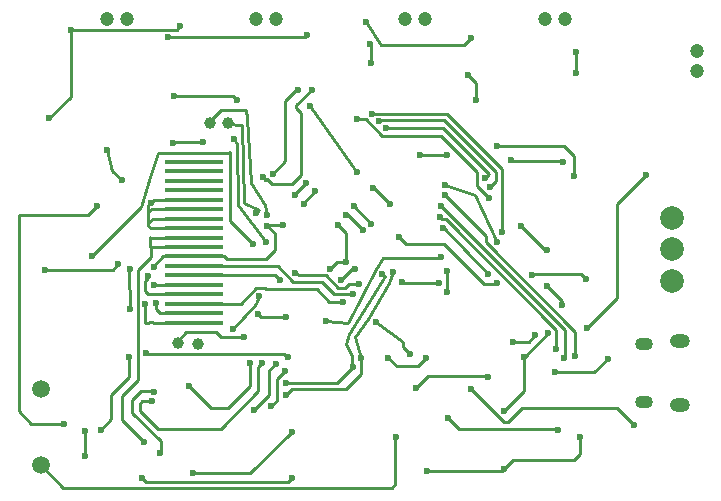
<source format=gbr>
G04 #@! TF.FileFunction,Copper,L2,Bot,Signal*
%FSLAX46Y46*%
G04 Gerber Fmt 4.6, Leading zero omitted, Abs format (unit mm)*
G04 Created by KiCad (PCBNEW 4.0.4-stable) date Tue Feb 14 10:30:05 2017*
%MOMM*%
%LPD*%
G01*
G04 APERTURE LIST*
%ADD10C,0.250000*%
%ADD11O,1.500000X1.100000*%
%ADD12O,1.700000X1.200000*%
%ADD13C,2.000000*%
%ADD14C,1.500000*%
%ADD15R,5.000000X0.400000*%
%ADD16C,1.000000*%
%ADD17C,1.200000*%
%ADD18C,0.600000*%
G04 APERTURE END LIST*
D10*
D11*
X154285200Y-83362180D03*
X154285200Y-78522180D03*
D12*
X157285200Y-83672180D03*
X157285200Y-78212180D03*
D13*
X156630000Y-67780000D03*
D14*
X103150000Y-88740000D03*
D15*
X116120000Y-63070000D03*
X116120000Y-63870000D03*
X116120000Y-64670000D03*
X116120000Y-65470000D03*
X116120000Y-66270000D03*
X116120000Y-67070000D03*
X116120000Y-67870000D03*
X116120000Y-68670000D03*
X116120000Y-69470000D03*
X116120000Y-70270000D03*
X116120000Y-71070000D03*
X116120000Y-71870000D03*
X116120000Y-72670000D03*
X116120000Y-73470000D03*
X116120000Y-74270000D03*
X116120000Y-75070000D03*
X116120000Y-75870000D03*
X116120000Y-76670000D03*
D16*
X114800000Y-78400000D03*
X116450000Y-78450000D03*
D14*
X103210000Y-82260000D03*
D13*
X156600000Y-73150000D03*
X156600000Y-70440000D03*
D17*
X147550000Y-50950000D03*
X145850000Y-50950000D03*
X135700000Y-50950000D03*
X134000000Y-50950000D03*
X110470000Y-50980000D03*
X108770000Y-50980000D03*
X123070000Y-50950000D03*
X121370000Y-50950000D03*
X158710000Y-55370000D03*
X158710000Y-53670000D03*
D16*
X119020000Y-59790000D03*
X117520000Y-59790000D03*
D18*
X140050000Y-57850000D03*
X139350000Y-55700000D03*
X103900000Y-59350000D03*
X112030000Y-75090000D03*
X110720000Y-75500000D03*
X110690000Y-72100000D03*
X112780000Y-71930000D03*
X120900000Y-80120000D03*
X115760000Y-82050000D03*
X142372080Y-89062560D03*
X105700000Y-51860000D03*
X114970000Y-51580000D03*
X130700000Y-51190000D03*
X139560000Y-52560000D03*
X148530000Y-55540000D03*
X148500000Y-53780000D03*
X134920000Y-82240000D03*
X141020000Y-81260000D03*
X124420000Y-85920000D03*
X116060000Y-89440000D03*
X135834120Y-89199720D03*
X148833840Y-86365080D03*
X141792960Y-69819520D03*
X137383520Y-65024000D03*
X142991840Y-62931440D03*
X147401280Y-63052960D03*
X123657360Y-68437760D03*
X122346720Y-68453000D03*
X128305560Y-68407280D03*
X129021840Y-71501000D03*
X127635000Y-72095360D03*
X135800000Y-79650000D03*
X132610000Y-79650000D03*
X103540000Y-72180000D03*
X109700000Y-71730000D03*
X125928120Y-58353960D03*
X129950000Y-63900000D03*
X131338320Y-65303400D03*
X132725160Y-66644520D03*
X107510000Y-71050000D03*
X121130000Y-70000000D03*
X111740000Y-89860000D03*
X124460000Y-89860000D03*
X137617200Y-84734400D03*
X146944080Y-85755480D03*
X122670000Y-83760000D03*
X123810000Y-80790000D03*
X139578080Y-82275680D03*
X153395680Y-85364320D03*
X131550000Y-76610000D03*
X134420000Y-79350000D03*
X114480000Y-57510000D03*
X119750000Y-57790000D03*
X121650000Y-74450000D03*
X119440000Y-77200000D03*
X146141440Y-77581760D03*
X147340320Y-75184000D03*
X146060160Y-73578720D03*
X146019520Y-70510400D03*
X143865600Y-68498720D03*
X142422880Y-84124800D03*
X144068800Y-79573120D03*
X111930000Y-86810000D03*
X121360000Y-67420000D03*
X122330000Y-67530000D03*
X112720000Y-82510000D03*
X113290000Y-87740000D03*
X136855200Y-73289160D03*
X133776720Y-73258680D03*
X129799080Y-72161400D03*
X128625600Y-73060560D03*
X123946920Y-76215240D03*
X121523760Y-75925680D03*
X137261600Y-68681600D03*
X141061440Y-72583040D03*
X142247620Y-68958460D03*
X131206240Y-58991500D03*
X132427980Y-60198000D03*
X140817600Y-64442340D03*
X131823460Y-59618880D03*
X141241780Y-65186560D03*
X129959100Y-59425840D03*
X141150340Y-66088260D03*
X108770000Y-62020000D03*
X110010000Y-64620000D03*
X146751040Y-80893920D03*
X151180800Y-79735680D03*
X146837400Y-78943200D03*
X136946640Y-67757040D03*
X133220000Y-86390000D03*
X112525000Y-66515000D03*
X129600000Y-74210000D03*
X123400000Y-73090000D03*
X124690000Y-72440000D03*
X130110000Y-73400000D03*
X112760000Y-73460000D03*
X112280000Y-72740000D03*
X128790000Y-74900000D03*
X112900000Y-75000000D03*
X114330000Y-61460000D03*
X116920000Y-61390000D03*
X119530000Y-61110000D03*
X122240000Y-69830000D03*
X120350000Y-77900000D03*
X149350000Y-73010000D03*
X144780000Y-72640000D03*
X141790000Y-73310000D03*
X133540000Y-69450000D03*
X135260000Y-62500000D03*
X137560000Y-62510000D03*
X141790000Y-61680000D03*
X148300000Y-64220000D03*
X106900000Y-87940000D03*
X106880000Y-85850000D03*
X107900000Y-66800000D03*
X105100000Y-85220000D03*
X148437600Y-79522320D03*
X137388600Y-65897760D03*
X137083800Y-66796920D03*
X147477480Y-79629000D03*
X124070000Y-79610000D03*
X112090000Y-79270000D03*
X110680000Y-79550000D03*
X108240000Y-85770000D03*
X123952000Y-82804000D03*
X124660000Y-65880000D03*
X125660000Y-64820000D03*
X129680000Y-66830000D03*
X131170000Y-68320000D03*
X133010000Y-72380000D03*
X130300000Y-79690000D03*
X123952000Y-81788000D03*
X129600000Y-80430000D03*
X132080000Y-72540000D03*
X130450000Y-68840000D03*
X129010000Y-67580000D03*
X126390000Y-65550000D03*
X125420000Y-66670000D03*
X122800000Y-64080000D03*
X124940000Y-56970000D03*
X131090000Y-54680000D03*
X131040000Y-53110000D03*
X126130000Y-56940000D03*
X122000000Y-64370000D03*
X125720000Y-52280000D03*
X113930000Y-52530000D03*
X127330000Y-76570000D03*
X137100000Y-71140000D03*
X137550000Y-72340000D03*
X137550000Y-74040000D03*
X143160000Y-78290000D03*
X145010000Y-77760000D03*
X149450000Y-77090000D03*
X154400000Y-64150000D03*
X112620000Y-83320000D03*
X121870000Y-80090000D03*
X121250000Y-84030000D03*
X123050000Y-80180000D03*
D10*
X140050000Y-56400000D02*
X140050000Y-57850000D01*
X139350000Y-55700000D02*
X140050000Y-56400000D01*
X103900000Y-59350000D02*
X105700000Y-57550000D01*
X105700000Y-57550000D02*
X105700000Y-51860000D01*
X116120000Y-71070000D02*
X113550000Y-71070000D01*
X112680000Y-76670000D02*
X116120000Y-76670000D01*
X112640000Y-76630000D02*
X112680000Y-76670000D01*
X111980000Y-76690000D02*
X112640000Y-76630000D01*
X112030000Y-75090000D02*
X111980000Y-76690000D01*
X110740000Y-75500000D02*
X110720000Y-75500000D01*
X110760000Y-75480000D02*
X110740000Y-75500000D01*
X110640000Y-72150000D02*
X110760000Y-75480000D01*
X110690000Y-72100000D02*
X110640000Y-72150000D01*
X112690000Y-71930000D02*
X112780000Y-71930000D01*
X113550000Y-71070000D02*
X112690000Y-71930000D01*
X116120000Y-71070000D02*
X118700000Y-71070000D01*
X123000000Y-69106280D02*
X122346720Y-68453000D01*
X123000000Y-70560000D02*
X123000000Y-69106280D01*
X122270000Y-71290000D02*
X123000000Y-70560000D01*
X118920000Y-71290000D02*
X122270000Y-71290000D01*
X118700000Y-71070000D02*
X118920000Y-71290000D01*
X120910000Y-80130000D02*
X120900000Y-80120000D01*
X120910000Y-82000000D02*
X120910000Y-80130000D01*
X119030000Y-83880000D02*
X120910000Y-82000000D01*
X117590000Y-83880000D02*
X119030000Y-83880000D01*
X115760000Y-82050000D02*
X117590000Y-83880000D01*
X142372080Y-89062560D02*
X142387320Y-89062560D01*
X114690000Y-51860000D02*
X105700000Y-51860000D01*
X114970000Y-51580000D02*
X114690000Y-51860000D01*
X131990000Y-53200000D02*
X130700000Y-51190000D01*
X138980000Y-53140000D02*
X131990000Y-53200000D01*
X139560000Y-52560000D02*
X138980000Y-53140000D01*
X148530000Y-53810000D02*
X148530000Y-55540000D01*
X148500000Y-53780000D02*
X148530000Y-53810000D01*
X134920000Y-82240000D02*
X135980000Y-81180000D01*
X135980000Y-81180000D02*
X140940000Y-81180000D01*
X140940000Y-81180000D02*
X141020000Y-81260000D01*
X124420000Y-85920000D02*
X120900000Y-89440000D01*
X120900000Y-89440000D02*
X116060000Y-89440000D01*
X142372080Y-89062560D02*
X142204440Y-89230200D01*
X135864600Y-89230200D02*
X135834120Y-89199720D01*
X142204440Y-89230200D02*
X135864600Y-89230200D01*
X148833840Y-86547960D02*
X148833840Y-86365080D01*
X148833840Y-87797640D02*
X148833840Y-86547960D01*
X148315680Y-88315800D02*
X148833840Y-87797640D01*
X143134080Y-88315800D02*
X148315680Y-88315800D01*
X142387320Y-89062560D02*
X143134080Y-88315800D01*
X139923520Y-65836800D02*
X137383520Y-65024000D01*
X139923520Y-65836800D02*
X141792960Y-69819520D01*
X147299680Y-62951360D02*
X147401280Y-63052960D01*
X143011760Y-62951360D02*
X147299680Y-62951360D01*
X143011760Y-62951360D02*
X142991840Y-62931440D01*
X122361960Y-68437760D02*
X123657360Y-68437760D01*
X122346720Y-68453000D02*
X122361960Y-68437760D01*
X129021840Y-69123560D02*
X129021840Y-71501000D01*
X128305560Y-68407280D02*
X129021840Y-69123560D01*
X128229360Y-71501000D02*
X129021840Y-71501000D01*
X127635000Y-72095360D02*
X128229360Y-71501000D01*
X135800000Y-79670000D02*
X135800000Y-79650000D01*
X135100000Y-80370000D02*
X135800000Y-79670000D01*
X133330000Y-80370000D02*
X135100000Y-80370000D01*
X132610000Y-79650000D02*
X133330000Y-80370000D01*
X109250000Y-72180000D02*
X103540000Y-72180000D01*
X109700000Y-71730000D02*
X109250000Y-72180000D01*
X129858560Y-63808560D02*
X125928120Y-58353960D01*
X129950000Y-63900000D02*
X129858560Y-63808560D01*
X131384040Y-65303400D02*
X131338320Y-65303400D01*
X132725160Y-66644520D02*
X131384040Y-65303400D01*
X114920000Y-62270000D02*
X113090000Y-62270000D01*
X111650000Y-66910000D02*
X107510000Y-71050000D01*
X112410000Y-64350000D02*
X111650000Y-66910000D01*
X113090000Y-62270000D02*
X112410000Y-64350000D01*
X119130000Y-62270000D02*
X114920000Y-62270000D01*
X114920000Y-62270000D02*
X114730000Y-62270000D01*
X119190000Y-62210000D02*
X119130000Y-62270000D01*
X119190000Y-68060000D02*
X119190000Y-62210000D01*
X121130000Y-70000000D02*
X119190000Y-68060000D01*
X124460000Y-89860000D02*
X124130002Y-90189998D01*
X124130002Y-90189998D02*
X112069998Y-90189998D01*
X112069998Y-90189998D02*
X111740000Y-89860000D01*
X137617200Y-84734400D02*
X138592560Y-85709760D01*
X138592560Y-85709760D02*
X146898360Y-85709760D01*
X146898360Y-85709760D02*
X146944080Y-85755480D01*
X122670000Y-83760000D02*
X123140000Y-83290000D01*
X123140000Y-83290000D02*
X123140000Y-81460000D01*
X123140000Y-81460000D02*
X123810000Y-80790000D01*
X142361920Y-85059520D02*
X139578080Y-82275680D01*
X142768320Y-85059520D02*
X142361920Y-85059520D01*
X143926560Y-83901280D02*
X142768320Y-85059520D01*
X151932640Y-83901280D02*
X143926560Y-83901280D01*
X153395680Y-85364320D02*
X151932640Y-83901280D01*
X133830000Y-78310000D02*
X131550000Y-76610000D01*
X133830000Y-78760000D02*
X133830000Y-78310000D01*
X134420000Y-79350000D02*
X133830000Y-78760000D01*
X119470000Y-57510000D02*
X114480000Y-57510000D01*
X119750000Y-57790000D02*
X119470000Y-57510000D01*
X121390000Y-75070000D02*
X121650000Y-74450000D01*
X119440000Y-77200000D02*
X121390000Y-75070000D01*
X144150080Y-79573120D02*
X144068800Y-79573120D01*
X146141440Y-77581760D02*
X144150080Y-79573120D01*
X147340320Y-74858880D02*
X147340320Y-75184000D01*
X146060160Y-73578720D02*
X147340320Y-74858880D01*
X145877280Y-70510400D02*
X146019520Y-70510400D01*
X143865600Y-68498720D02*
X145877280Y-70510400D01*
X144068800Y-82478880D02*
X144068800Y-79573120D01*
X142422880Y-84124800D02*
X144068800Y-82478880D01*
X112540000Y-70270000D02*
X112540000Y-71080000D01*
X110060000Y-84940000D02*
X111930000Y-86810000D01*
X110060000Y-82890000D02*
X110060000Y-84940000D01*
X111400000Y-81550000D02*
X110060000Y-82890000D01*
X111400000Y-72220000D02*
X111400000Y-81550000D01*
X112540000Y-71080000D02*
X111400000Y-72220000D01*
X116120000Y-70270000D02*
X112540000Y-70270000D01*
X112540000Y-70270000D02*
X112430000Y-70270000D01*
X112440000Y-69470000D02*
X116120000Y-69470000D01*
X112430000Y-69460000D02*
X112440000Y-69470000D01*
X112430000Y-70270000D02*
X112430000Y-69460000D01*
X119020000Y-59790000D02*
X119010000Y-59740000D01*
X121680000Y-67100000D02*
X121360000Y-67420000D01*
X120340000Y-66530000D02*
X121680000Y-67100000D01*
X120190000Y-59980000D02*
X120340000Y-66530000D01*
X119010000Y-59880000D02*
X120190000Y-59980000D01*
X119010000Y-59740000D02*
X119010000Y-59880000D01*
X117520000Y-59790000D02*
X117520000Y-59570000D01*
X117520000Y-59570000D02*
X118420000Y-58670000D01*
X118420000Y-58670000D02*
X120510000Y-58670000D01*
X120510000Y-58670000D02*
X120620000Y-59330000D01*
X120620000Y-59330000D02*
X120960000Y-64860000D01*
X120960000Y-64860000D02*
X122159235Y-66745469D01*
X122159235Y-66745469D02*
X122330000Y-67530000D01*
X112700000Y-82490000D02*
X112720000Y-82510000D01*
X111650000Y-82490000D02*
X112700000Y-82490000D01*
X110900000Y-83240000D02*
X111650000Y-82490000D01*
X110900000Y-84320000D02*
X110900000Y-83240000D01*
X113310000Y-86730000D02*
X110900000Y-84320000D01*
X113310000Y-87720000D02*
X113310000Y-86730000D01*
X113290000Y-87740000D02*
X113310000Y-87720000D01*
X133807200Y-73289160D02*
X136855200Y-73289160D01*
X133776720Y-73258680D02*
X133807200Y-73289160D01*
X129524760Y-72161400D02*
X129799080Y-72161400D01*
X128625600Y-73060560D02*
X129524760Y-72161400D01*
X121813320Y-76215240D02*
X123946920Y-76215240D01*
X121523760Y-75925680D02*
X121813320Y-76215240D01*
X137342880Y-68681600D02*
X137261600Y-68681600D01*
X141061440Y-72583040D02*
X137342880Y-68681600D01*
X142247620Y-65973960D02*
X142247620Y-68958460D01*
X142247620Y-63632080D02*
X142247620Y-65973960D01*
X137594340Y-58978800D02*
X142247620Y-63632080D01*
X131218940Y-58978800D02*
X137594340Y-58978800D01*
X131206240Y-58991500D02*
X131218940Y-58978800D01*
X137259060Y-60198000D02*
X132427980Y-60198000D01*
X141145260Y-64084200D02*
X137259060Y-60198000D01*
X141145260Y-64114680D02*
X141145260Y-64084200D01*
X140817600Y-64442340D02*
X141145260Y-64114680D01*
X131925060Y-59517280D02*
X131823460Y-59618880D01*
X137287000Y-59517280D02*
X131925060Y-59517280D01*
X141709140Y-63939420D02*
X137287000Y-59517280D01*
X141709140Y-64719200D02*
X141709140Y-63939420D01*
X141241780Y-65186560D02*
X141709140Y-64719200D01*
X130680460Y-59425840D02*
X129959100Y-59425840D01*
X132097780Y-60843160D02*
X130680460Y-59425840D01*
X137025380Y-60843160D02*
X132097780Y-60843160D01*
X140144500Y-63962280D02*
X137025380Y-60843160D01*
X140144500Y-65082420D02*
X140144500Y-63962280D01*
X141150340Y-66088260D02*
X140144500Y-65082420D01*
X109200000Y-63810000D02*
X108770000Y-62020000D01*
X110010000Y-64620000D02*
X109200000Y-63810000D01*
X150022560Y-80893920D02*
X146751040Y-80893920D01*
X151180800Y-79735680D02*
X150022560Y-80893920D01*
X146837400Y-77297280D02*
X146837400Y-78943200D01*
X137480040Y-67939920D02*
X146837400Y-77297280D01*
X137129520Y-67939920D02*
X137480040Y-67939920D01*
X136946640Y-67757040D02*
X137129520Y-67939920D01*
X133220000Y-86390000D02*
X133160000Y-86450000D01*
X133160000Y-86450000D02*
X133160000Y-90360000D01*
X133160000Y-90360000D02*
X132880000Y-90640000D01*
X132880000Y-90640000D02*
X105050000Y-90640000D01*
X105050000Y-90640000D02*
X103150000Y-88740000D01*
X116120000Y-67870000D02*
X112650000Y-67870000D01*
X112650000Y-67870000D02*
X112290000Y-68230000D01*
X116120000Y-67070000D02*
X112560000Y-67070000D01*
X112560000Y-67070000D02*
X112290000Y-67340000D01*
X116120000Y-66270000D02*
X112770000Y-66270000D01*
X112480000Y-68670000D02*
X116120000Y-68670000D01*
X112290000Y-68480000D02*
X112480000Y-68670000D01*
X112290000Y-66750000D02*
X112290000Y-67340000D01*
X112290000Y-67340000D02*
X112290000Y-68230000D01*
X112290000Y-68230000D02*
X112290000Y-68480000D01*
X112770000Y-66270000D02*
X112525000Y-66515000D01*
X112525000Y-66515000D02*
X112290000Y-66750000D01*
X116120000Y-71870000D02*
X123220000Y-71870000D01*
X129600000Y-74210000D02*
X129540000Y-74270000D01*
X129540000Y-74270000D02*
X128040000Y-74270000D01*
X128040000Y-74270000D02*
X126980000Y-73210000D01*
X126980000Y-73210000D02*
X124560000Y-73210000D01*
X123220000Y-71870000D02*
X124560000Y-73210000D01*
X125390000Y-72680000D02*
X125030000Y-72680000D01*
X122980000Y-72670000D02*
X116120000Y-72670000D01*
X123400000Y-73090000D02*
X122980000Y-72670000D01*
X124790000Y-72440000D02*
X124690000Y-72440000D01*
X125030000Y-72680000D02*
X124790000Y-72440000D01*
X127300000Y-72680000D02*
X125390000Y-72680000D01*
X125390000Y-72680000D02*
X125250000Y-72680000D01*
X128380000Y-73760000D02*
X127300000Y-72680000D01*
X128920000Y-73760000D02*
X128380000Y-73760000D01*
X129280000Y-73400000D02*
X128920000Y-73760000D01*
X130110000Y-73400000D02*
X129280000Y-73400000D01*
X112770000Y-73470000D02*
X116120000Y-73470000D01*
X112760000Y-73460000D02*
X112770000Y-73470000D01*
X116120000Y-74270000D02*
X112240000Y-74270000D01*
X112280000Y-72900000D02*
X112280000Y-72740000D01*
X112000000Y-73180000D02*
X112280000Y-72900000D01*
X112000000Y-74030000D02*
X112000000Y-73180000D01*
X112240000Y-74270000D02*
X112000000Y-74030000D01*
X124100000Y-73860000D02*
X122210000Y-73860000D01*
X120110000Y-75070000D02*
X116120000Y-75070000D01*
X121400000Y-73780000D02*
X120110000Y-75070000D01*
X122130000Y-73780000D02*
X121400000Y-73780000D01*
X122210000Y-73860000D02*
X122130000Y-73780000D01*
X126530000Y-73860000D02*
X124100000Y-73860000D01*
X124100000Y-73860000D02*
X123950000Y-73860000D01*
X127610000Y-74940000D02*
X126530000Y-73860000D01*
X128750000Y-74940000D02*
X127610000Y-74940000D01*
X128790000Y-74900000D02*
X128750000Y-74940000D01*
X113250000Y-75870000D02*
X112900000Y-75520000D01*
X112900000Y-75520000D02*
X112900000Y-75000000D01*
X114330000Y-61460000D02*
X114400000Y-61390000D01*
X114400000Y-61390000D02*
X116920000Y-61390000D01*
X119530000Y-61110000D02*
X119770000Y-61570000D01*
X119770000Y-61570000D02*
X119890000Y-66740000D01*
X119890000Y-66740000D02*
X122240000Y-69830000D01*
X113250000Y-75870000D02*
X116120000Y-75870000D01*
X114800000Y-78400000D02*
X114800000Y-78200000D01*
X114800000Y-78200000D02*
X115500000Y-77500000D01*
X115500000Y-77500000D02*
X118050000Y-77500000D01*
X118050000Y-77500000D02*
X118450000Y-77900000D01*
X118450000Y-77900000D02*
X120350000Y-77900000D01*
X148900000Y-72560000D02*
X149350000Y-73010000D01*
X144860000Y-72560000D02*
X148900000Y-72560000D01*
X144780000Y-72640000D02*
X144860000Y-72560000D01*
X141700000Y-73400000D02*
X141790000Y-73310000D01*
X140670000Y-73400000D02*
X141700000Y-73400000D01*
X137290000Y-70020000D02*
X140670000Y-73400000D01*
X134110000Y-70020000D02*
X137290000Y-70020000D01*
X133540000Y-69450000D02*
X134110000Y-70020000D01*
X135260000Y-62500000D02*
X135270000Y-62510000D01*
X135270000Y-62510000D02*
X137560000Y-62510000D01*
X141790000Y-61680000D02*
X141830000Y-61720000D01*
X141830000Y-61720000D02*
X147460000Y-61720000D01*
X147460000Y-61720000D02*
X148300000Y-62560000D01*
X148300000Y-62560000D02*
X148300000Y-64220000D01*
X106900000Y-87940000D02*
X106880000Y-87920000D01*
X106880000Y-87920000D02*
X106880000Y-85850000D01*
X101300000Y-71340000D02*
X101310000Y-71330000D01*
X101310000Y-71330000D02*
X101310000Y-67530000D01*
X101300000Y-71340000D02*
X101300000Y-77170000D01*
X107170000Y-67530000D02*
X101310000Y-67530000D01*
X107900000Y-66800000D02*
X107170000Y-67530000D01*
X101300000Y-84170000D02*
X101300000Y-77170000D01*
X101300000Y-77170000D02*
X101300000Y-77130000D01*
X102370000Y-85240000D02*
X101300000Y-84170000D01*
X105080000Y-85240000D02*
X102370000Y-85240000D01*
X105100000Y-85220000D02*
X105080000Y-85240000D01*
X148437600Y-77434440D02*
X148437600Y-79522320D01*
X140832840Y-69829680D02*
X148437600Y-77434440D01*
X140832840Y-69342000D02*
X140832840Y-69829680D01*
X137388600Y-65897760D02*
X140832840Y-69342000D01*
X147553680Y-77266800D02*
X137083800Y-66796920D01*
X147553680Y-79552800D02*
X147553680Y-77266800D01*
X147477480Y-79629000D02*
X147553680Y-79552800D01*
X124030000Y-79610000D02*
X124070000Y-79610000D01*
X123750000Y-79330000D02*
X124030000Y-79610000D01*
X112150000Y-79330000D02*
X123750000Y-79330000D01*
X112090000Y-79270000D02*
X112150000Y-79330000D01*
X110680000Y-81300000D02*
X110680000Y-79550000D01*
X109150000Y-82830000D02*
X110680000Y-81300000D01*
X109150000Y-84860000D02*
X109150000Y-82830000D01*
X108240000Y-85770000D02*
X109150000Y-84860000D01*
X130300000Y-81028000D02*
X130300000Y-79690000D01*
X129032000Y-82296000D02*
X130300000Y-81028000D01*
X124460000Y-82296000D02*
X129032000Y-82296000D01*
X123952000Y-82804000D02*
X124460000Y-82296000D01*
X124660000Y-65820000D02*
X124660000Y-65880000D01*
X125660000Y-64820000D02*
X124660000Y-65820000D01*
X131170000Y-68320000D02*
X129680000Y-66830000D01*
X132630000Y-73310000D02*
X133010000Y-72380000D01*
X130920000Y-76340000D02*
X132630000Y-73310000D01*
X129750000Y-77900000D02*
X130920000Y-76340000D01*
X130300000Y-79690000D02*
X129750000Y-77900000D01*
X129600000Y-80458000D02*
X129600000Y-80430000D01*
X128270000Y-81788000D02*
X129600000Y-80458000D01*
X123952000Y-81788000D02*
X128270000Y-81788000D01*
X129600000Y-80430000D02*
X129500000Y-80330000D01*
X129500000Y-80330000D02*
X129500000Y-79530000D01*
X129500000Y-79530000D02*
X129000000Y-78480000D01*
X129000000Y-78480000D02*
X129260000Y-77640000D01*
X129260000Y-77640000D02*
X131650000Y-73840000D01*
X131650000Y-73840000D02*
X132280000Y-72720000D01*
X132280000Y-72720000D02*
X132100000Y-72540000D01*
X132100000Y-72540000D02*
X132080000Y-72540000D01*
X130450000Y-68840000D02*
X129190000Y-67580000D01*
X129190000Y-67580000D02*
X129010000Y-67580000D01*
X126390000Y-65550000D02*
X125420000Y-66520000D01*
X125420000Y-66520000D02*
X125420000Y-66670000D01*
X122800000Y-64080000D02*
X123860000Y-63020000D01*
X123860000Y-63020000D02*
X123860000Y-57870000D01*
X123860000Y-57870000D02*
X124760000Y-56970000D01*
X124760000Y-56970000D02*
X124940000Y-56970000D01*
X131090000Y-53160000D02*
X131090000Y-54680000D01*
X131040000Y-53110000D02*
X131090000Y-53160000D01*
X124810000Y-58260000D02*
X126130000Y-56940000D01*
X124810000Y-58540000D02*
X124810000Y-58260000D01*
X125210000Y-58940000D02*
X124810000Y-58540000D01*
X125210000Y-64180000D02*
X125210000Y-58940000D01*
X124450000Y-64940000D02*
X125210000Y-64180000D01*
X122730000Y-64940000D02*
X124450000Y-64940000D01*
X122290000Y-64500000D02*
X122730000Y-64940000D01*
X122190000Y-64560000D02*
X122290000Y-64500000D01*
X122000000Y-64370000D02*
X122190000Y-64560000D01*
X125720000Y-52300000D02*
X125720000Y-52280000D01*
X125550000Y-52470000D02*
X125720000Y-52300000D01*
X113990000Y-52470000D02*
X125550000Y-52470000D01*
X113930000Y-52530000D02*
X113990000Y-52470000D01*
X129190000Y-76670000D02*
X127330000Y-76570000D01*
X131570000Y-72100000D02*
X129190000Y-76670000D01*
X132130000Y-71220000D02*
X131570000Y-72100000D01*
X137020000Y-71220000D02*
X132130000Y-71220000D01*
X137100000Y-71140000D02*
X137020000Y-71220000D01*
X137550000Y-74040000D02*
X137550000Y-72340000D01*
X144480000Y-78290000D02*
X143160000Y-78290000D01*
X145010000Y-77760000D02*
X144480000Y-78290000D01*
X151940000Y-74600000D02*
X149450000Y-77090000D01*
X151940000Y-66610000D02*
X151940000Y-74600000D01*
X154400000Y-64150000D02*
X151940000Y-66610000D01*
X111780000Y-83320000D02*
X112620000Y-83320000D01*
X111570000Y-83530000D02*
X111780000Y-83320000D01*
X111570000Y-84170000D02*
X111570000Y-83530000D01*
X113060000Y-85660000D02*
X111570000Y-84170000D01*
X118400000Y-85660000D02*
X113060000Y-85660000D01*
X121570000Y-82490000D02*
X118400000Y-85660000D01*
X121570000Y-80390000D02*
X121570000Y-82490000D01*
X121870000Y-80090000D02*
X121570000Y-80390000D01*
X121250000Y-84030000D02*
X122510000Y-82770000D01*
X122510000Y-82770000D02*
X122510000Y-80720000D01*
X122510000Y-80720000D02*
X123050000Y-80180000D01*
M02*

</source>
